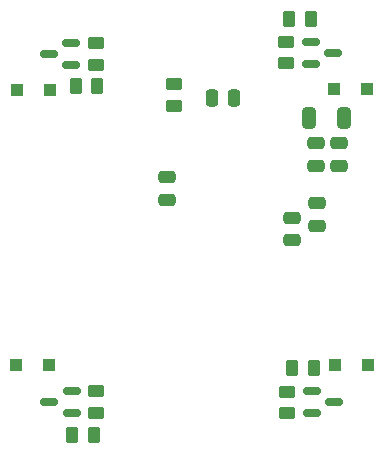
<source format=gbr>
%TF.GenerationSoftware,KiCad,Pcbnew,7.0.6-1.fc38*%
%TF.CreationDate,2023-08-03T18:28:49+02:00*%
%TF.ProjectId,quadcopter-flight-controler,71756164-636f-4707-9465-722d666c6967,rev?*%
%TF.SameCoordinates,Original*%
%TF.FileFunction,Paste,Bot*%
%TF.FilePolarity,Positive*%
%FSLAX46Y46*%
G04 Gerber Fmt 4.6, Leading zero omitted, Abs format (unit mm)*
G04 Created by KiCad (PCBNEW 7.0.6-1.fc38) date 2023-08-03 18:28:49*
%MOMM*%
%LPD*%
G01*
G04 APERTURE LIST*
G04 Aperture macros list*
%AMRoundRect*
0 Rectangle with rounded corners*
0 $1 Rounding radius*
0 $2 $3 $4 $5 $6 $7 $8 $9 X,Y pos of 4 corners*
0 Add a 4 corners polygon primitive as box body*
4,1,4,$2,$3,$4,$5,$6,$7,$8,$9,$2,$3,0*
0 Add four circle primitives for the rounded corners*
1,1,$1+$1,$2,$3*
1,1,$1+$1,$4,$5*
1,1,$1+$1,$6,$7*
1,1,$1+$1,$8,$9*
0 Add four rect primitives between the rounded corners*
20,1,$1+$1,$2,$3,$4,$5,0*
20,1,$1+$1,$4,$5,$6,$7,0*
20,1,$1+$1,$6,$7,$8,$9,0*
20,1,$1+$1,$8,$9,$2,$3,0*%
G04 Aperture macros list end*
%ADD10RoundRect,0.250000X0.450000X-0.262500X0.450000X0.262500X-0.450000X0.262500X-0.450000X-0.262500X0*%
%ADD11RoundRect,0.250000X-0.262500X-0.450000X0.262500X-0.450000X0.262500X0.450000X-0.262500X0.450000X0*%
%ADD12RoundRect,0.250000X0.300000X0.300000X-0.300000X0.300000X-0.300000X-0.300000X0.300000X-0.300000X0*%
%ADD13RoundRect,0.250000X-0.250000X-0.475000X0.250000X-0.475000X0.250000X0.475000X-0.250000X0.475000X0*%
%ADD14RoundRect,0.250000X-0.325000X-0.650000X0.325000X-0.650000X0.325000X0.650000X-0.325000X0.650000X0*%
%ADD15RoundRect,0.250000X0.262500X0.450000X-0.262500X0.450000X-0.262500X-0.450000X0.262500X-0.450000X0*%
%ADD16RoundRect,0.150000X0.587500X0.150000X-0.587500X0.150000X-0.587500X-0.150000X0.587500X-0.150000X0*%
%ADD17RoundRect,0.250000X-0.300000X-0.300000X0.300000X-0.300000X0.300000X0.300000X-0.300000X0.300000X0*%
%ADD18RoundRect,0.250000X-0.475000X0.250000X-0.475000X-0.250000X0.475000X-0.250000X0.475000X0.250000X0*%
%ADD19RoundRect,0.250000X-0.450000X0.262500X-0.450000X-0.262500X0.450000X-0.262500X0.450000X0.262500X0*%
%ADD20RoundRect,0.250000X0.475000X-0.250000X0.475000X0.250000X-0.475000X0.250000X-0.475000X-0.250000X0*%
%ADD21RoundRect,0.150000X-0.587500X-0.150000X0.587500X-0.150000X0.587500X0.150000X-0.587500X0.150000X0*%
G04 APERTURE END LIST*
D10*
%TO.C,R17*%
X145200000Y-120312500D03*
X145200000Y-118487500D03*
%TD*%
D11*
%TO.C,R10*%
X161797500Y-116500000D03*
X163622500Y-116500000D03*
%TD*%
D12*
%TO.C,D4*%
X168137500Y-92950000D03*
X165337500Y-92950000D03*
%TD*%
%TO.C,D2*%
X168210000Y-116300000D03*
X165410000Y-116300000D03*
%TD*%
D10*
%TO.C,R13*%
X145200000Y-90862500D03*
X145200000Y-89037500D03*
%TD*%
D13*
%TO.C,C4*%
X155000000Y-93700000D03*
X156900000Y-93700000D03*
%TD*%
D14*
%TO.C,C8*%
X163225000Y-95400000D03*
X166175000Y-95400000D03*
%TD*%
D15*
%TO.C,R16*%
X145012500Y-122200000D03*
X143187500Y-122200000D03*
%TD*%
D16*
%TO.C,Q2*%
X143075000Y-89000000D03*
X143075000Y-90900000D03*
X141200000Y-89950000D03*
%TD*%
D17*
%TO.C,D3*%
X138500000Y-93000000D03*
X141300000Y-93000000D03*
%TD*%
D18*
%TO.C,C7*%
X163800000Y-97500000D03*
X163800000Y-99400000D03*
%TD*%
D19*
%TO.C,R15*%
X161300000Y-88900000D03*
X161300000Y-90725000D03*
%TD*%
D18*
%TO.C,C5*%
X161800000Y-103800000D03*
X161800000Y-105700000D03*
%TD*%
D17*
%TO.C,D5*%
X138400000Y-116300000D03*
X141200000Y-116300000D03*
%TD*%
D18*
%TO.C,C3*%
X163900000Y-102600000D03*
X163900000Y-104500000D03*
%TD*%
D10*
%TO.C,R19*%
X151800000Y-94325000D03*
X151800000Y-92500000D03*
%TD*%
D18*
%TO.C,C6*%
X165800000Y-97500000D03*
X165800000Y-99400000D03*
%TD*%
D15*
%TO.C,R12*%
X145312500Y-92700000D03*
X143487500Y-92700000D03*
%TD*%
D19*
%TO.C,R11*%
X161347500Y-118537500D03*
X161347500Y-120362500D03*
%TD*%
D16*
%TO.C,Q4*%
X143137500Y-118450000D03*
X143137500Y-120350000D03*
X141262500Y-119400000D03*
%TD*%
D20*
%TO.C,C19*%
X151200000Y-102300000D03*
X151200000Y-100400000D03*
%TD*%
D11*
%TO.C,R14*%
X161587500Y-87000000D03*
X163412500Y-87000000D03*
%TD*%
D21*
%TO.C,Q1*%
X163510000Y-120350000D03*
X163510000Y-118450000D03*
X165385000Y-119400000D03*
%TD*%
%TO.C,Q3*%
X163400000Y-90800000D03*
X163400000Y-88900000D03*
X165275000Y-89850000D03*
%TD*%
M02*

</source>
